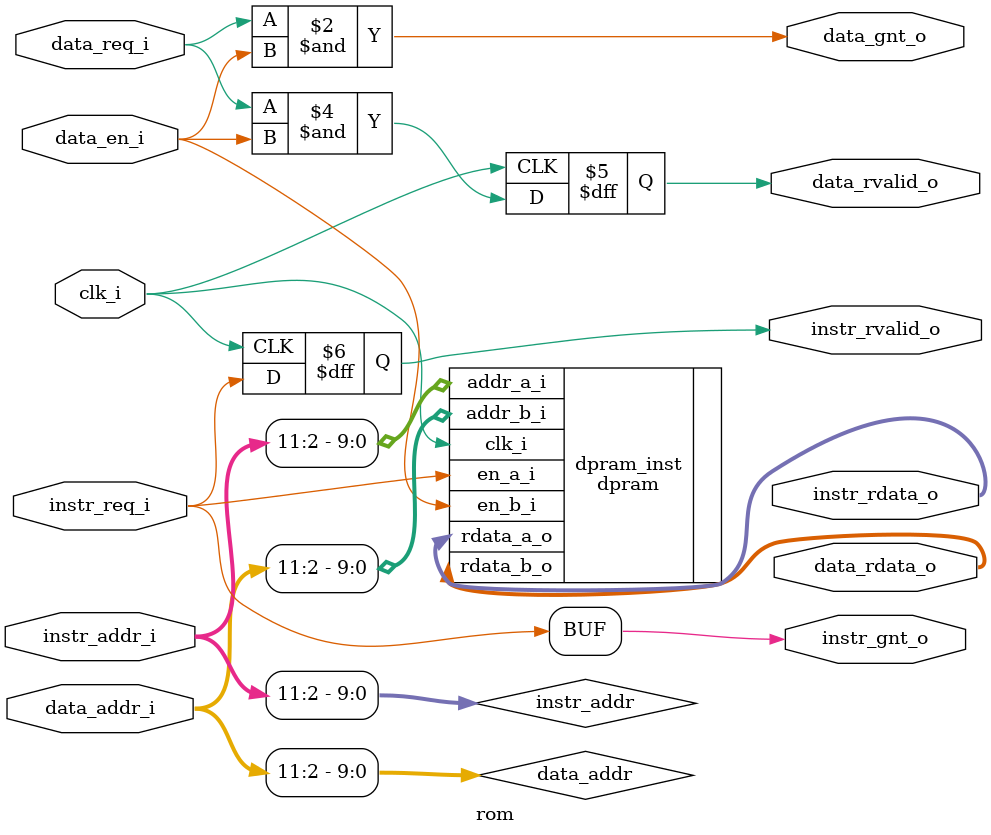
<source format=sv>
module rom
#(
  parameter ROM_FILE = "",
  parameter MEM_SIZE = 4096
)
(
  input   logic         clk_i,
  input   logic         instr_req_i,
  output  logic         instr_gnt_o,
  output  logic         instr_rvalid_o,
  input   logic [31:0]  instr_addr_i,
  output  logic [31:0]  instr_rdata_o,
  input   logic         data_en_i,
  input   logic         data_req_i,
  output  logic         data_gnt_o,
  output  logic         data_rvalid_o,
  input   logic [31:0]  data_addr_i,
  output  logic [31:0]  data_rdata_o
);

  localparam ADDR_WIDTH = $clog2(MEM_SIZE/4);

  logic [ADDR_WIDTH-1:0] data_addr;
  logic [ADDR_WIDTH-1:0] instr_addr;

  assign data_addr = data_addr_i[ADDR_WIDTH-1+2:2];
  assign instr_addr = instr_addr_i[ADDR_WIDTH-1+2:2];

  dpram 
    #(
      .ROM_FILE (ROM_FILE),
      .ADDR_WIDTH( ADDR_WIDTH ),
      .DATA_WIDTH ( 32 )
    )
  dpram_inst
    (
      .clk_i ( clk_i ),
      .en_a_i( instr_req_i ),
      //.wr_a_i( 0 ),
      .addr_a_i( instr_addr ),
      //.wdata_a_i( 0 ),
      .rdata_a_o( instr_rdata_o ),

      .en_b_i( data_en_i ),
      //.wr_b_i( 0 ),
      .addr_b_i( data_addr ),
      //.wdata_b_i( 0 ),
      .rdata_b_o( data_rdata_o )
    );

assign instr_gnt_o = instr_req_i;
always @(posedge clk_i)
begin
  instr_rvalid_o <= instr_req_i;
end

assign data_gnt_o = data_req_i & data_en_i;

always @(posedge clk_i)
begin
  data_rvalid_o <= data_req_i & data_en_i;
end

endmodule

</source>
